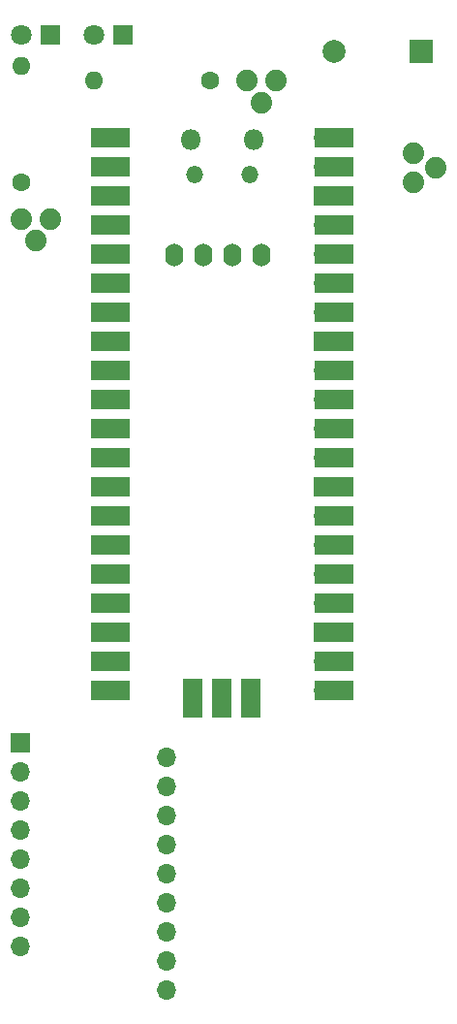
<source format=gbr>
%TF.GenerationSoftware,KiCad,Pcbnew,7.0.10+dfsg-1*%
%TF.CreationDate,2024-02-08T12:56:13+01:00*%
%TF.ProjectId,chibi_v2,63686962-695f-4763-922e-6b696361645f,rev?*%
%TF.SameCoordinates,Original*%
%TF.FileFunction,Soldermask,Bot*%
%TF.FilePolarity,Negative*%
%FSLAX46Y46*%
G04 Gerber Fmt 4.6, Leading zero omitted, Abs format (unit mm)*
G04 Created by KiCad (PCBNEW 7.0.10+dfsg-1) date 2024-02-08 12:56:13*
%MOMM*%
%LPD*%
G01*
G04 APERTURE LIST*
%ADD10C,1.600000*%
%ADD11O,1.600000X1.600000*%
%ADD12O,1.700000X1.700000*%
%ADD13C,1.880400*%
%ADD14R,1.800000X1.800000*%
%ADD15C,1.800000*%
%ADD16R,2.000000X2.000000*%
%ADD17C,2.000000*%
%ADD18R,1.700000X1.700000*%
%ADD19O,1.600000X2.000000*%
%ADD20O,1.800000X1.800000*%
%ADD21O,1.500000X1.500000*%
%ADD22R,3.500000X1.700000*%
%ADD23R,1.700000X3.500000*%
G04 APERTURE END LIST*
D10*
%TO.C,R2*%
X104775000Y-53340000D03*
D11*
X104775000Y-43180000D03*
%TD*%
D10*
%TO.C,R1*%
X121285000Y-44450000D03*
D11*
X111125000Y-44450000D03*
%TD*%
D12*
%TO.C,U2*%
X117475000Y-123825000D03*
X117475000Y-121285000D03*
X117475000Y-118745000D03*
X117475000Y-116205000D03*
X117475000Y-113665000D03*
X117475000Y-111125000D03*
X117475000Y-108585000D03*
X117475000Y-106045000D03*
X117475000Y-103505000D03*
%TD*%
D13*
%TO.C,Q3*%
X124460000Y-44450000D03*
X125730000Y-46355000D03*
X127000000Y-44450000D03*
%TD*%
%TO.C,Q2*%
X104775000Y-56515000D03*
X106045000Y-58420000D03*
X107315000Y-56515000D03*
%TD*%
%TO.C,Q1*%
X139065000Y-53340000D03*
X140970000Y-52070000D03*
X139065000Y-50800000D03*
%TD*%
D14*
%TO.C,D2*%
X113645000Y-40410000D03*
D15*
X111105000Y-40410000D03*
%TD*%
D14*
%TO.C,D1*%
X107295000Y-40410000D03*
D15*
X104755000Y-40410000D03*
%TD*%
D16*
%TO.C,BZ1*%
X139690000Y-41910000D03*
D17*
X132090000Y-41910000D03*
%TD*%
D18*
%TO.C,J2*%
X104681900Y-102235000D03*
D12*
X104681900Y-104775000D03*
X104681900Y-107315000D03*
X104681900Y-109855000D03*
X104681900Y-112395000D03*
X104681900Y-114935000D03*
X104681900Y-117475000D03*
X104681900Y-120015000D03*
%TD*%
D19*
%TO.C,Brd1*%
X118110000Y-59690000D03*
X120650000Y-59690000D03*
X123190000Y-59690000D03*
X125730000Y-59690000D03*
%TD*%
D20*
%TO.C,U1*%
X125035000Y-49575000D03*
D21*
X124735000Y-52605000D03*
X119885000Y-52605000D03*
D20*
X119585000Y-49575000D03*
D12*
X131200000Y-49445000D03*
D22*
X132100000Y-49445000D03*
D12*
X131200000Y-51985000D03*
D22*
X132100000Y-51985000D03*
D18*
X131200000Y-54525000D03*
D22*
X132100000Y-54525000D03*
D12*
X131200000Y-57065000D03*
D22*
X132100000Y-57065000D03*
D12*
X131200000Y-59605000D03*
D22*
X132100000Y-59605000D03*
D12*
X131200000Y-62145000D03*
D22*
X132100000Y-62145000D03*
D12*
X131200000Y-64685000D03*
D22*
X132100000Y-64685000D03*
D18*
X131200000Y-67225000D03*
D22*
X132100000Y-67225000D03*
D12*
X131200000Y-69765000D03*
D22*
X132100000Y-69765000D03*
D12*
X131200000Y-72305000D03*
D22*
X132100000Y-72305000D03*
D12*
X131200000Y-74845000D03*
D22*
X132100000Y-74845000D03*
D12*
X131200000Y-77385000D03*
D22*
X132100000Y-77385000D03*
D18*
X131200000Y-79925000D03*
D22*
X132100000Y-79925000D03*
D12*
X131200000Y-82465000D03*
D22*
X132100000Y-82465000D03*
D12*
X131200000Y-85005000D03*
D22*
X132100000Y-85005000D03*
D12*
X131200000Y-87545000D03*
D22*
X132100000Y-87545000D03*
D12*
X131200000Y-90085000D03*
D22*
X132100000Y-90085000D03*
D18*
X131200000Y-92625000D03*
D22*
X132100000Y-92625000D03*
D12*
X131200000Y-95165000D03*
D22*
X132100000Y-95165000D03*
D12*
X131200000Y-97705000D03*
D22*
X132100000Y-97705000D03*
D12*
X113420000Y-97705000D03*
D22*
X112520000Y-97705000D03*
D12*
X113420000Y-95165000D03*
D22*
X112520000Y-95165000D03*
D18*
X113420000Y-92625000D03*
D22*
X112520000Y-92625000D03*
D12*
X113420000Y-90085000D03*
D22*
X112520000Y-90085000D03*
D12*
X113420000Y-87545000D03*
D22*
X112520000Y-87545000D03*
D12*
X113420000Y-85005000D03*
D22*
X112520000Y-85005000D03*
D12*
X113420000Y-82465000D03*
D22*
X112520000Y-82465000D03*
D18*
X113420000Y-79925000D03*
D22*
X112520000Y-79925000D03*
D12*
X113420000Y-77385000D03*
D22*
X112520000Y-77385000D03*
D12*
X113420000Y-74845000D03*
D22*
X112520000Y-74845000D03*
D12*
X113420000Y-72305000D03*
D22*
X112520000Y-72305000D03*
D12*
X113420000Y-69765000D03*
D22*
X112520000Y-69765000D03*
D18*
X113420000Y-67225000D03*
D22*
X112520000Y-67225000D03*
D12*
X113420000Y-64685000D03*
D22*
X112520000Y-64685000D03*
D12*
X113420000Y-62145000D03*
D22*
X112520000Y-62145000D03*
D12*
X113420000Y-59605000D03*
D22*
X112520000Y-59605000D03*
D12*
X113420000Y-57065000D03*
D22*
X112520000Y-57065000D03*
D18*
X113420000Y-54525000D03*
D22*
X112520000Y-54525000D03*
D12*
X113420000Y-51985000D03*
D22*
X112520000Y-51985000D03*
D12*
X113420000Y-49445000D03*
D22*
X112520000Y-49445000D03*
D12*
X124850000Y-97475000D03*
D23*
X124850000Y-98375000D03*
D18*
X122310000Y-97475000D03*
D23*
X122310000Y-98375000D03*
D12*
X119770000Y-97475000D03*
D23*
X119770000Y-98375000D03*
%TD*%
M02*

</source>
